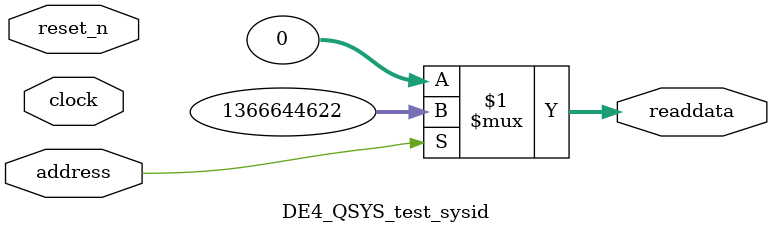
<source format=v>

`timescale 1ns / 1ps
// synthesis translate_on

// turn off superfluous verilog processor warnings 
// altera message_level Level1 
// altera message_off 10034 10035 10036 10037 10230 10240 10030 

module DE4_QSYS_test_sysid (
               // inputs:
                address,
                clock,
                reset_n,

               // outputs:
                readdata
             )
;

  output  [ 31: 0] readdata;
  input            address;
  input            clock;
  input            reset_n;

  wire    [ 31: 0] readdata;
  //control_slave, which is an e_avalon_slave
  assign readdata = address ? 1366644622 : 0;

endmodule




</source>
